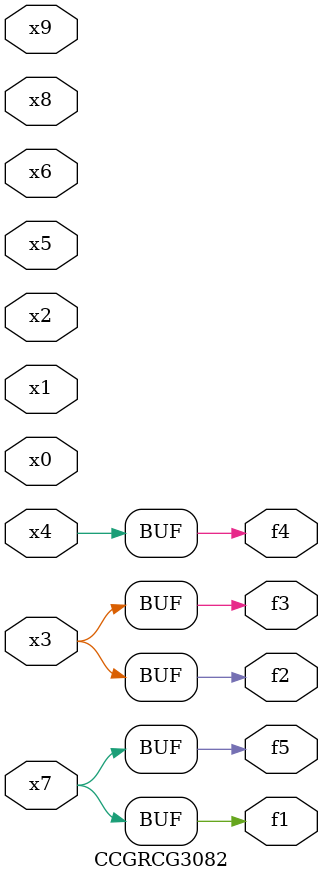
<source format=v>
module CCGRCG3082(
	input x0, x1, x2, x3, x4, x5, x6, x7, x8, x9,
	output f1, f2, f3, f4, f5
);
	assign f1 = x7;
	assign f2 = x3;
	assign f3 = x3;
	assign f4 = x4;
	assign f5 = x7;
endmodule

</source>
